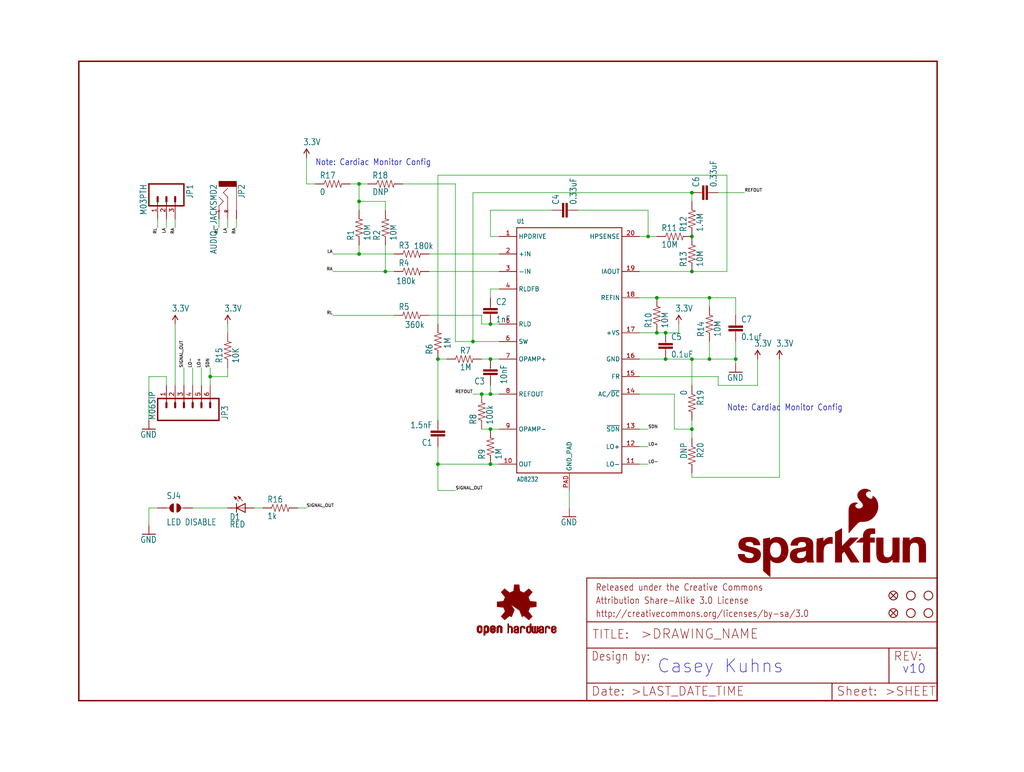
<source format=kicad_sch>
(kicad_sch (version 20211123) (generator eeschema)
  (paper "User" 297.002 223.926)
  (lib_symbols
    (symbol "eagleSchem-eagle-import:0OHM1{slash}10W5%(0603)"
      (property "Reference" "R" (at -3.81 1.4986 0))
      (property "Value" "0OHM1{slash}10W5%(0603)" (at -3.81 -3.302 0))
      (symbol "0OHM1{slash}10W5%(0603)_1_0"
        (pin passive line (at -5.08 0 0) (length 2.54) (name "1") (number "1"))
        (pin passive line (at 5.08 0 180) (length 2.54) (name "2") (number "2"))
      )
    )
    (symbol "eagleSchem-eagle-import:10KOHM1{slash}10W1%(0603)0603"
      (property "Reference" "R" (at -3.81 1.4986 0))
      (property "Value" "10KOHM1{slash}10W1%(0603)0603" (at -3.81 -3.302 0))
      (symbol "10KOHM1{slash}10W1%(0603)0603_1_0"
        (pin passive line (at -5.08 0 0) (length 2.54) (name "1") (number "1"))
        (pin passive line (at 5.08 0 180) (length 2.54) (name "2") (number "2"))
      )
    )
    (symbol "eagleSchem-eagle-import:1K-1%"
      (property "Reference" "R" (at -3.81 1.4986 0))
      (property "Value" "1K-1%" (at -3.81 -3.302 0))
      (symbol "1K-1%_1_0"
        (pin passive line (at -5.08 0 0) (length 2.54) (name "1") (number "1"))
        (pin passive line (at 5.08 0 180) (length 2.54) (name "2") (number "2"))
      )
    )
    (symbol "eagleSchem-eagle-import:3.3V" (power)
      (property "Value" "3.3V" (at -1.016 3.556 0))
      (symbol "3.3V_1_0"
        (pin power_in line (at 0 0 90) (length 2.54) (name "3.3V") (number "1"))
      )
    )
    (symbol "eagleSchem-eagle-import:AD8232"
      (property "Value" "AD8232" (at -15.24 -30.48 0))
      (symbol "AD8232_1_0"
        (pin bidirectional line (at -20.32 40.64 0) (length 5.08) (name "HPDRIVE") (number "1"))
        (pin bidirectional line (at -20.32 -25.4 0) (length 5.08) (name "OUT") (number "10"))
        (pin bidirectional line (at 20.32 -25.4 180) (length 5.08) (name "LO-") (number "11"))
        (pin bidirectional line (at 20.32 -20.32 180) (length 5.08) (name "LO+") (number "12"))
        (pin bidirectional line (at 20.32 -15.24 180) (length 5.08) (name "~{SDN}") (number "13"))
        (pin bidirectional line (at 20.32 -5.08 180) (length 5.08) (name "AC/~{DC}") (number "14"))
        (pin bidirectional line (at 20.32 0 180) (length 5.08) (name "FR") (number "15"))
        (pin bidirectional line (at 20.32 5.08 180) (length 5.08) (name "GND") (number "16"))
        (pin bidirectional line (at 20.32 12.7 180) (length 5.08) (name "+VS") (number "17"))
        (pin bidirectional line (at 20.32 22.86 180) (length 5.08) (name "REFIN") (number "18"))
        (pin bidirectional line (at 20.32 30.48 180) (length 5.08) (name "IAOUT") (number "19"))
        (pin bidirectional line (at -20.32 35.56 0) (length 5.08) (name "+IN") (number "2"))
        (pin bidirectional line (at 20.32 40.64 180) (length 5.08) (name "HPSENSE") (number "20"))
        (pin bidirectional line (at -20.32 30.48 0) (length 5.08) (name "-IN") (number "3"))
        (pin bidirectional line (at -20.32 25.4 0) (length 5.08) (name "RLDFB") (number "4"))
        (pin bidirectional line (at -20.32 15.24 0) (length 5.08) (name "RLD") (number "5"))
        (pin bidirectional line (at -20.32 10.16 0) (length 5.08) (name "SW") (number "6"))
        (pin bidirectional line (at -20.32 5.08 0) (length 5.08) (name "OPAMP+") (number "7"))
        (pin bidirectional line (at -20.32 -5.08 0) (length 5.08) (name "REFOUT") (number "8"))
        (pin bidirectional line (at -20.32 -15.24 0) (length 5.08) (name "OPAMP-") (number "9"))
        (pin bidirectional line (at 0 -33.02 90) (length 5.08) (name "GND_PAD") (number "PAD"))
      )
    )
    (symbol "eagleSchem-eagle-import:AUDIO-JACKSMD2"
      (property "Reference" "JP" (at -5.08 3.048 0))
      (property "Value" "AUDIO-JACKSMD2" (at -5.08 -5.08 0))
      (symbol "AUDIO-JACKSMD2_1_0"
        (text "L" (at 2.286 -2.286 0) (effects (font (size 1.016 0.8636) (thickness 0.1727) bold) (justify left bottom)))
        (text "R" (at 2.286 0.254 0) (effects (font (size 1.016 0.8636) (thickness 0.1727) bold) (justify left bottom)))
        (pin bidirectional line (at 5.08 0 180) (length 2.54) (name "RIGHT") (number "RING"))
        (pin bidirectional line (at 5.08 2.54 180) (length 2.54) (name "SLEEVE") (number "SLEEVE"))
        (pin bidirectional line (at 5.08 -2.54 180) (length 2.54) (name "LEFT") (number "TIP"))
      )
    )
    (symbol "eagleSchem-eagle-import:CAP0603-CAP"
      (property "Reference" "C" (at 1.524 2.921 0))
      (property "Value" "CAP0603-CAP" (at 1.524 -2.159 0))
      (symbol "CAP0603-CAP_1_0"
        (pin passive line (at 0 5.08 270) (length 2.54) (name "1") (number "1"))
        (pin passive line (at 0 -2.54 90) (length 2.54) (name "2") (number "2"))
      )
    )
    (symbol "eagleSchem-eagle-import:CAP0805"
      (property "Reference" "C" (at 1.524 2.921 0))
      (property "Value" "CAP0805" (at 1.524 -2.159 0))
      (symbol "CAP0805_1_0"
        (pin passive line (at 0 5.08 270) (length 2.54) (name "1") (number "1"))
        (pin passive line (at 0 -2.54 90) (length 2.54) (name "2") (number "2"))
      )
    )
    (symbol "eagleSchem-eagle-import:FIDUCIAL1X2")
    (symbol "eagleSchem-eagle-import:FRAME-LETTER"
      (symbol "FRAME-LETTER_2_0"
        (text ">DRAWING_NAME" (at 15.494 17.78 0) (effects (font (size 2.7432 2.7432)) (justify left bottom)))
        (text ">LAST_DATE_TIME" (at 12.7 1.27 0) (effects (font (size 2.54 2.54)) (justify left bottom)))
        (text ">SHEET" (at 86.36 1.27 0) (effects (font (size 2.54 2.54)) (justify left bottom)))
        (text "Attribution Share-Alike 3.0 License" (at 2.54 27.94 0) (effects (font (size 1.9304 1.6408)) (justify left bottom)))
        (text "Date:" (at 1.27 1.27 0) (effects (font (size 2.54 2.54)) (justify left bottom)))
        (text "Design by:" (at 1.27 11.43 0) (effects (font (size 2.54 2.159)) (justify left bottom)))
        (text "http://creativecommons.org/licenses/by-sa/3.0" (at 2.54 24.13 0) (effects (font (size 1.9304 1.6408)) (justify left bottom)))
        (text "Released under the Creative Commons" (at 2.54 31.75 0) (effects (font (size 1.9304 1.6408)) (justify left bottom)))
        (text "REV:" (at 88.9 11.43 0) (effects (font (size 2.54 2.54)) (justify left bottom)))
        (text "Sheet:" (at 72.39 1.27 0) (effects (font (size 2.54 2.54)) (justify left bottom)))
        (text "TITLE:" (at 1.524 17.78 0) (effects (font (size 2.54 2.54)) (justify left bottom)))
      )
    )
    (symbol "eagleSchem-eagle-import:GND" (power)
      (property "Value" "GND" (at -2.54 -2.54 0))
      (symbol "GND_1_0"
        (pin power_in line (at 0 2.54 270) (length 2.54) (name "GND") (number "1"))
      )
    )
    (symbol "eagleSchem-eagle-import:LED-RED0603"
      (property "Reference" "D" (at 3.556 -4.572 90))
      (property "Value" "LED-RED0603" (at 5.715 -4.572 90))
      (symbol "LED-RED0603_1_0"
        (pin passive line (at 0 2.54 270) (length 2.54) (name "A") (number "A"))
        (pin passive line (at 0 -5.08 90) (length 2.54) (name "C") (number "C"))
      )
    )
    (symbol "eagleSchem-eagle-import:M03PTH"
      (property "Reference" "JP" (at -2.54 5.842 0))
      (property "Value" "M03PTH" (at -2.54 -7.62 0))
      (symbol "M03PTH_1_0"
        (pin passive line (at 7.62 -2.54 180) (length 5.08) (name "1") (number "1"))
        (pin passive line (at 7.62 0 180) (length 5.08) (name "2") (number "2"))
        (pin passive line (at 7.62 2.54 180) (length 5.08) (name "3") (number "3"))
      )
    )
    (symbol "eagleSchem-eagle-import:M06SIP"
      (property "Reference" "JP" (at -5.08 10.922 0))
      (property "Value" "M06SIP" (at -5.08 -10.16 0))
      (symbol "M06SIP_1_0"
        (pin passive line (at 5.08 -5.08 180) (length 5.08) (name "1") (number "1"))
        (pin passive line (at 5.08 -2.54 180) (length 5.08) (name "2") (number "2"))
        (pin passive line (at 5.08 0 180) (length 5.08) (name "3") (number "3"))
        (pin passive line (at 5.08 2.54 180) (length 5.08) (name "4") (number "4"))
        (pin passive line (at 5.08 5.08 180) (length 5.08) (name "5") (number "5"))
        (pin passive line (at 5.08 7.62 180) (length 5.08) (name "6") (number "6"))
      )
    )
    (symbol "eagleSchem-eagle-import:OSHW-LOGOS")
    (symbol "eagleSchem-eagle-import:RESISTOR0603-RES"
      (property "Reference" "R" (at -3.81 1.4986 0))
      (property "Value" "RESISTOR0603-RES" (at -3.81 -3.302 0))
      (symbol "RESISTOR0603-RES_1_0"
        (pin passive line (at -5.08 0 0) (length 2.54) (name "1") (number "1"))
        (pin passive line (at 5.08 0 180) (length 2.54) (name "2") (number "2"))
      )
    )
    (symbol "eagleSchem-eagle-import:SFE_LOGO_NAME_FLAME.1_INCH")
    (symbol "eagleSchem-eagle-import:SOLDERJUMPERTRACE"
      (property "Reference" "SJ" (at -2.54 2.54 0))
      (property "Value" "SOLDERJUMPERTRACE" (at -2.54 -5.08 0))
      (symbol "SOLDERJUMPERTRACE_1_0"
        (pin passive line (at -5.08 0 0) (length 2.54) (name "1") (number "1"))
        (pin passive line (at 5.08 0 180) (length 2.54) (name "2") (number "2"))
      )
    )
    (symbol "eagleSchem-eagle-import:STAND-OFF")
  )
  (junction (at 142.24 124.46))
  (junction (at 190.5 86.36))
  (junction (at 104.14 73.66))
  (junction (at 205.74 104.14))
  (junction (at 137.16 99.06))
  (junction (at 187.96 68.58))
  (junction (at 139.7 114.3))
  (junction (at 60.96 109.22))
  (junction (at 205.74 86.36))
  (junction (at 200.66 78.74))
  (junction (at 200.66 55.88))
  (junction (at 127 104.14))
  (junction (at 127 134.62))
  (junction (at 213.36 104.14))
  (junction (at 193.04 96.52))
  (junction (at 193.04 104.14))
  (junction (at 142.24 114.3))
  (junction (at 200.66 124.46))
  (junction (at 142.24 134.62))
  (junction (at 200.66 68.58))
  (junction (at 142.24 104.14))
  (junction (at 200.66 104.14))
  (junction (at 104.14 53.34))
  (junction (at 190.5 96.52))
  (junction (at 142.24 93.98))
  (junction (at 104.14 58.42))
  (junction (at 111.76 78.74))
  (wire (pts (xy 127 50.8) (xy 210.82 50.8)))
  (wire (pts (xy 88.9 147.32) (xy 86.36 147.32)))
  (wire (pts (xy 142.24 134.62) (xy 127 134.62)))
  (wire (pts (xy 190.5 96.52) (xy 185.42 96.52)))
  (wire (pts (xy 200.66 55.88) (xy 200.66 58.42)))
  (wire (pts (xy 127 104.14) (xy 129.54 104.14)))
  (wire (pts (xy 50.8 63.5) (xy 50.8 66.04)))
  (wire (pts (xy 200.66 127) (xy 200.66 124.46)))
  (wire (pts (xy 196.85 96.52) (xy 196.85 93.98)))
  (wire (pts (xy 43.18 152.4) (xy 43.18 147.32)))
  (wire (pts (xy 106.68 53.34) (xy 104.14 53.34)))
  (wire (pts (xy 66.04 109.22) (xy 66.04 106.68)))
  (wire (pts (xy 66.04 147.32) (xy 55.88 147.32)))
  (wire (pts (xy 137.16 55.88) (xy 200.66 55.88)))
  (wire (pts (xy 116.84 53.34) (xy 132.08 53.34)))
  (wire (pts (xy 185.42 129.54) (xy 187.96 129.54)))
  (wire (pts (xy 195.58 114.3) (xy 195.58 124.46)))
  (wire (pts (xy 200.66 137.16) (xy 200.66 138.43)))
  (wire (pts (xy 53.34 111.76) (xy 53.34 106.68)))
  (wire (pts (xy 104.14 58.42) (xy 104.14 53.34)))
  (wire (pts (xy 127 121.92) (xy 127 104.14)))
  (wire (pts (xy 208.28 109.22) (xy 208.28 111.76)))
  (wire (pts (xy 111.76 71.12) (xy 111.76 78.74)))
  (wire (pts (xy 137.16 99.06) (xy 137.16 55.88)))
  (wire (pts (xy 58.42 111.76) (xy 58.42 106.68)))
  (wire (pts (xy 132.08 53.34) (xy 132.08 99.06)))
  (wire (pts (xy 142.24 114.3) (xy 142.24 111.76)))
  (wire (pts (xy 185.42 134.62) (xy 187.96 134.62)))
  (wire (pts (xy 208.28 111.76) (xy 219.71 111.76)))
  (wire (pts (xy 48.26 63.5) (xy 48.26 66.04)))
  (wire (pts (xy 200.66 104.14) (xy 205.74 104.14)))
  (wire (pts (xy 205.74 86.36) (xy 205.74 88.9)))
  (wire (pts (xy 165.1 147.32) (xy 165.1 142.24)))
  (wire (pts (xy 142.24 86.36) (xy 142.24 83.82)))
  (wire (pts (xy 104.14 71.12) (xy 104.14 73.66)))
  (wire (pts (xy 210.82 50.8) (xy 210.82 78.74)))
  (wire (pts (xy 139.7 91.44) (xy 124.46 91.44)))
  (wire (pts (xy 144.78 93.98) (xy 142.24 93.98)))
  (wire (pts (xy 104.14 60.96) (xy 104.14 58.42)))
  (wire (pts (xy 60.96 109.22) (xy 60.96 106.68)))
  (wire (pts (xy 43.18 121.92) (xy 43.18 109.22)))
  (wire (pts (xy 213.36 99.06) (xy 213.36 104.14)))
  (wire (pts (xy 127 93.98) (xy 127 50.8)))
  (wire (pts (xy 142.24 60.96) (xy 160.02 60.96)))
  (wire (pts (xy 190.5 86.36) (xy 205.74 86.36)))
  (wire (pts (xy 48.26 111.76) (xy 48.26 109.22)))
  (wire (pts (xy 213.36 104.14) (xy 213.36 105.41)))
  (wire (pts (xy 127 142.24) (xy 132.08 142.24)))
  (wire (pts (xy 114.3 73.66) (xy 104.14 73.66)))
  (wire (pts (xy 66.04 63.5) (xy 66.04 66.04)))
  (wire (pts (xy 193.04 104.14) (xy 200.66 104.14)))
  (wire (pts (xy 195.58 124.46) (xy 200.66 124.46)))
  (wire (pts (xy 205.74 99.06) (xy 205.74 104.14)))
  (wire (pts (xy 142.24 93.98) (xy 139.7 93.98)))
  (wire (pts (xy 187.96 60.96) (xy 187.96 68.58)))
  (wire (pts (xy 200.66 111.76) (xy 200.66 104.14)))
  (wire (pts (xy 219.71 111.76) (xy 219.71 104.14)))
  (wire (pts (xy 139.7 114.3) (xy 142.24 114.3)))
  (wire (pts (xy 185.42 104.14) (xy 193.04 104.14)))
  (wire (pts (xy 124.46 78.74) (xy 144.78 78.74)))
  (wire (pts (xy 139.7 124.46) (xy 142.24 124.46)))
  (wire (pts (xy 139.7 104.14) (xy 142.24 104.14)))
  (wire (pts (xy 127 134.62) (xy 127 129.54)))
  (wire (pts (xy 66.04 93.98) (xy 66.04 96.52)))
  (wire (pts (xy 167.64 60.96) (xy 187.96 60.96)))
  (wire (pts (xy 142.24 68.58) (xy 142.24 60.96)))
  (wire (pts (xy 200.66 138.43) (xy 226.06 138.43)))
  (wire (pts (xy 132.08 99.06) (xy 137.16 99.06)))
  (wire (pts (xy 88.9 45.72) (xy 88.9 53.34)))
  (wire (pts (xy 142.24 104.14) (xy 144.78 104.14)))
  (wire (pts (xy 205.74 104.14) (xy 213.36 104.14)))
  (wire (pts (xy 55.88 111.76) (xy 55.88 106.68)))
  (wire (pts (xy 60.96 109.22) (xy 66.04 109.22)))
  (wire (pts (xy 114.3 78.74) (xy 111.76 78.74)))
  (wire (pts (xy 210.82 78.74) (xy 200.66 78.74)))
  (wire (pts (xy 63.5 63.5) (xy 63.5 66.04)))
  (wire (pts (xy 200.66 124.46) (xy 200.66 121.92)))
  (wire (pts (xy 60.96 111.76) (xy 60.96 109.22)))
  (wire (pts (xy 43.18 109.22) (xy 48.26 109.22)))
  (wire (pts (xy 190.5 68.58) (xy 187.96 68.58)))
  (wire (pts (xy 142.24 134.62) (xy 144.78 134.62)))
  (wire (pts (xy 226.06 138.43) (xy 226.06 104.14)))
  (wire (pts (xy 104.14 73.66) (xy 96.52 73.66)))
  (wire (pts (xy 142.24 124.46) (xy 144.78 124.46)))
  (wire (pts (xy 208.28 55.88) (xy 215.9 55.88)))
  (wire (pts (xy 111.76 78.74) (xy 96.52 78.74)))
  (wire (pts (xy 185.42 78.74) (xy 200.66 78.74)))
  (wire (pts (xy 139.7 93.98) (xy 139.7 91.44)))
  (wire (pts (xy 127 134.62) (xy 127 142.24)))
  (wire (pts (xy 68.58 63.5) (xy 68.58 66.04)))
  (wire (pts (xy 139.7 114.3) (xy 137.16 114.3)))
  (wire (pts (xy 50.8 93.98) (xy 50.8 111.76)))
  (wire (pts (xy 205.74 86.36) (xy 213.36 86.36)))
  (wire (pts (xy 43.18 147.32) (xy 45.72 147.32)))
  (wire (pts (xy 142.24 83.82) (xy 144.78 83.82)))
  (wire (pts (xy 142.24 114.3) (xy 144.78 114.3)))
  (wire (pts (xy 185.42 109.22) (xy 208.28 109.22)))
  (wire (pts (xy 124.46 73.66) (xy 144.78 73.66)))
  (wire (pts (xy 88.9 53.34) (xy 91.44 53.34)))
  (wire (pts (xy 185.42 114.3) (xy 195.58 114.3)))
  (wire (pts (xy 187.96 68.58) (xy 185.42 68.58)))
  (wire (pts (xy 144.78 68.58) (xy 142.24 68.58)))
  (wire (pts (xy 45.72 63.5) (xy 45.72 66.04)))
  (wire (pts (xy 213.36 86.36) (xy 213.36 91.44)))
  (wire (pts (xy 104.14 58.42) (xy 111.76 58.42)))
  (wire (pts (xy 144.78 99.06) (xy 137.16 99.06)))
  (wire (pts (xy 114.3 91.44) (xy 96.52 91.44)))
  (wire (pts (xy 104.14 53.34) (xy 101.6 53.34)))
  (wire (pts (xy 111.76 58.42) (xy 111.76 60.96)))
  (wire (pts (xy 190.5 86.36) (xy 185.42 86.36)))
  (wire (pts (xy 193.04 96.52) (xy 196.85 96.52)))
  (wire (pts (xy 193.04 96.52) (xy 190.5 96.52)))
  (wire (pts (xy 73.66 147.32) (xy 76.2 147.32)))
  (wire (pts (xy 185.42 124.46) (xy 187.96 124.46)))
  (text "Note: Cardiac Monitor Config" (at 91.44 48.26 180) (effects (font (size 1.778 1.5113)) (justify left bottom)))
  (text "v10" (at 261.62 195.58 180) (effects (font (size 2.54 2.54)) (justify left bottom)))
  (text "Casey Kuhns" (at 190.5 195.58 180) (effects (font (size 3.81 3.81)) (justify left bottom)))
  (text "Note: Cardiac Monitor Config" (at 210.82 119.38 180) (effects (font (size 1.778 1.5113)) (justify left bottom)))
  (label "LO-" (at 55.88 106.68 90) (effects (font (size 0.889 0.889))))
  (label "RA" (at 68.58 66.04 270) (effects (font (size 0.889 0.889))))
  (label "LA" (at 66.04 66.04 270) (effects (font (size 0.889 0.889))))
  (label "LA" (at 96.52 73.66 180) (effects (font (size 0.889 0.889))))
  (label "LA" (at 48.26 66.04 270) (effects (font (size 0.889 0.889))))
  (label "RA" (at 50.8 66.04 270) (effects (font (size 0.889 0.889))))
  (label "RA" (at 96.52 78.74 180) (effects (font (size 0.889 0.889))))
  (label "LO+" (at 187.96 129.54 0) (effects (font (size 0.889 0.889))))
  (label "LO-" (at 187.96 134.62 0) (effects (font (size 0.889 0.889))))
  (label "SDN" (at 187.96 124.46 0) (effects (font (size 0.889 0.889))))
  (label "REFOUT" (at 215.9 55.88 0) (effects (font (size 0.889 0.889))))
  (label "RL" (at 96.52 91.44 180) (effects (font (size 0.889 0.889))))
  (label "SIGNAL_OUT" (at 53.34 106.68 90) (effects (font (size 0.889 0.889))))
  (label "REFOUT" (at 137.16 114.3 180) (effects (font (size 0.889 0.889))))
  (label "SDN" (at 60.96 106.68 90) (effects (font (size 0.889 0.889))))
  (label "RL" (at 45.72 66.04 270) (effects (font (size 0.889 0.889))))
  (label "LO+" (at 58.42 106.68 90) (effects (font (size 0.889 0.889))))
  (label "SIGNAL_OUT" (at 132.08 142.24 0) (effects (font (size 0.889 0.889))))
  (label "RL" (at 63.5 66.04 270) (effects (font (size 0.889 0.889))))
  (label "SIGNAL_OUT" (at 88.9 147.32 0) (effects (font (size 0.889 0.889))))
  (symbol (lib_id "eagleSchem-eagle-import:RESISTOR0603-RES") (at 200.66 73.66 90) (unit 1)
    (property "Reference" "R13" (at 199.1614 77.47 0) (effects (font (size 1.778 1.5113)) (justify left bottom)))
    (property "Value" "10M" (at 203.962 77.47 0) (effects (font (size 1.778 1.5113)) (justify left bottom)))
    (property "Footprint" "eagleSchem:0603-RES" (effects hide))
  )
  (symbol (lib_id "eagleSchem-eagle-import:3.3V") (at 66.04 93.98 0) (unit 1)
    (property "Reference" "#SUPPLY6" (effects hide))
    (property "Value" "3.3V" (at 65.024 90.424 0) (effects (font (size 1.778 1.5113)) (justify left bottom)))
    (property "Footprint" "eagleSchem:" (effects hide))
  )
  (symbol (lib_id "eagleSchem-eagle-import:RESISTOR0603-RES") (at 104.14 66.04 90) (unit 1)
    (property "Reference" "R1" (at 102.6414 69.85 0) (effects (font (size 1.778 1.5113)) (justify left bottom)))
    (property "Value" "10M" (at 107.442 69.85 0) (effects (font (size 1.778 1.5113)) (justify left bottom)))
    (property "Footprint" "eagleSchem:0603-RES" (effects hide))
  )
  (symbol (lib_id "eagleSchem-eagle-import:RESISTOR0603-RES") (at 111.76 66.04 90) (unit 1)
    (property "Reference" "R2" (at 110.2614 69.85 0) (effects (font (size 1.778 1.5113)) (justify left bottom)))
    (property "Value" "10M" (at 115.062 69.85 0) (effects (font (size 1.778 1.5113)) (justify left bottom)))
    (property "Footprint" "eagleSchem:0603-RES" (effects hide))
  )
  (symbol (lib_id "eagleSchem-eagle-import:3.3V") (at 88.9 45.72 0) (unit 1)
    (property "Reference" "#SUPPLY2" (effects hide))
    (property "Value" "3.3V" (at 87.884 42.164 0) (effects (font (size 1.778 1.5113)) (justify left bottom)))
    (property "Footprint" "eagleSchem:" (effects hide))
  )
  (symbol (lib_id "eagleSchem-eagle-import:SFE_LOGO_NAME_FLAME.1_INCH") (at 213.36 167.64 0) (unit 1)
    (property "Reference" "LOGO2" (effects hide))
    (property "Value" "SFE_LOGO_NAME_FLAME.1_INCH" (effects hide))
    (property "Footprint" "eagleSchem:SFE_LOGO_NAME_FLAME_.1" (effects hide))
  )
  (symbol (lib_id "eagleSchem-eagle-import:CAP0603-CAP") (at 127 124.46 180) (unit 1)
    (property "Reference" "C1" (at 125.476 127.381 0) (effects (font (size 1.778 1.5113)) (justify left bottom)))
    (property "Value" "1.5nF" (at 125.476 122.301 0) (effects (font (size 1.778 1.5113)) (justify left bottom)))
    (property "Footprint" "eagleSchem:0603-CAP" (effects hide))
  )
  (symbol (lib_id "eagleSchem-eagle-import:GND") (at 43.18 154.94 0) (unit 1)
    (property "Reference" "#GND4" (effects hide))
    (property "Value" "GND" (at 40.64 157.48 0) (effects (font (size 1.778 1.5113)) (justify left bottom)))
    (property "Footprint" "eagleSchem:" (effects hide))
  )
  (symbol (lib_id "eagleSchem-eagle-import:OSHW-LOGOS") (at 149.86 175.26 0) (unit 1)
    (property "Reference" "LOGO1" (effects hide))
    (property "Value" "OSHW-LOGOS" (effects hide))
    (property "Footprint" "eagleSchem:OSHW-LOGO-S" (effects hide))
  )
  (symbol (lib_id "eagleSchem-eagle-import:GND") (at 213.36 107.95 0) (unit 1)
    (property "Reference" "#GND2" (effects hide))
    (property "Value" "GND" (at 210.82 110.49 0) (effects (font (size 1.778 1.5113)) (justify left bottom)))
    (property "Footprint" "eagleSchem:" (effects hide))
  )
  (symbol (lib_id "eagleSchem-eagle-import:RESISTOR0603-RES") (at 127 99.06 90) (unit 1)
    (property "Reference" "R6" (at 125.5014 102.87 0) (effects (font (size 1.778 1.5113)) (justify left bottom)))
    (property "Value" "1M" (at 128.778 97.79 0) (effects (font (size 1.778 1.5113)) (justify right top)))
    (property "Footprint" "eagleSchem:0603-RES" (effects hide))
  )
  (symbol (lib_id "eagleSchem-eagle-import:RESISTOR0603-RES") (at 119.38 78.74 0) (unit 1)
    (property "Reference" "R4" (at 115.57 77.2414 0) (effects (font (size 1.778 1.5113)) (justify left bottom)))
    (property "Value" "180k" (at 120.65 80.518 0) (effects (font (size 1.778 1.5113)) (justify right top)))
    (property "Footprint" "eagleSchem:0603-RES" (effects hide))
  )
  (symbol (lib_id "eagleSchem-eagle-import:FRAME-LETTER") (at 22.86 203.2 0) (unit 1)
    (property "Reference" "FRAME1" (effects hide))
    (property "Value" "FRAME-LETTER" (effects hide))
    (property "Footprint" "eagleSchem:CREATIVE_COMMONS" (effects hide))
  )
  (symbol (lib_id "eagleSchem-eagle-import:0OHM1{slash}10W5%(0603)") (at 111.76 53.34 0) (unit 1)
    (property "Reference" "R18" (at 107.95 51.8414 0) (effects (font (size 1.778 1.5113)) (justify left bottom)))
    (property "Value" "DNP" (at 107.95 56.642 0) (effects (font (size 1.778 1.5113)) (justify left bottom)))
    (property "Footprint" "eagleSchem:0603" (effects hide))
  )
  (symbol (lib_id "eagleSchem-eagle-import:STAND-OFF") (at 264.16 172.72 0) (unit 1)
    (property "Reference" "STANDOFF1" (effects hide))
    (property "Value" "STAND-OFF" (effects hide))
    (property "Footprint" "eagleSchem:STAND-OFF" (effects hide))
  )
  (symbol (lib_id "eagleSchem-eagle-import:CAP0603-CAP") (at 213.36 96.52 0) (unit 1)
    (property "Reference" "C7" (at 214.884 93.599 0) (effects (font (size 1.778 1.5113)) (justify left bottom)))
    (property "Value" "0.1uf" (at 214.884 98.679 0) (effects (font (size 1.778 1.5113)) (justify left bottom)))
    (property "Footprint" "eagleSchem:0603-CAP" (effects hide))
  )
  (symbol (lib_id "eagleSchem-eagle-import:GND") (at 165.1 149.86 0) (unit 1)
    (property "Reference" "#GND1" (effects hide))
    (property "Value" "GND" (at 162.56 152.4 0) (effects (font (size 1.778 1.5113)) (justify left bottom)))
    (property "Footprint" "eagleSchem:" (effects hide))
  )
  (symbol (lib_id "eagleSchem-eagle-import:RESISTOR0603-RES") (at 205.74 93.98 90) (unit 1)
    (property "Reference" "R14" (at 204.2414 97.79 0) (effects (font (size 1.778 1.5113)) (justify left bottom)))
    (property "Value" "10M" (at 209.042 97.79 0) (effects (font (size 1.778 1.5113)) (justify left bottom)))
    (property "Footprint" "eagleSchem:0603-RES" (effects hide))
  )
  (symbol (lib_id "eagleSchem-eagle-import:1K-1%") (at 81.28 147.32 0) (unit 1)
    (property "Reference" "R16" (at 77.47 145.8214 0) (effects (font (size 1.778 1.5113)) (justify left bottom)))
    (property "Value" "1k" (at 77.47 150.622 0) (effects (font (size 1.778 1.5113)) (justify left bottom)))
    (property "Footprint" "eagleSchem:0603-RES" (effects hide))
  )
  (symbol (lib_id "eagleSchem-eagle-import:CAP0805") (at 165.1 60.96 90) (unit 1)
    (property "Reference" "C4" (at 162.179 59.436 0) (effects (font (size 1.778 1.5113)) (justify left bottom)))
    (property "Value" "0.33uF" (at 167.259 59.436 0) (effects (font (size 1.778 1.5113)) (justify left bottom)))
    (property "Footprint" "eagleSchem:0805" (effects hide))
  )
  (symbol (lib_id "eagleSchem-eagle-import:RESISTOR0603-RES") (at 134.62 104.14 0) (unit 1)
    (property "Reference" "R7" (at 133.35 102.6414 0) (effects (font (size 1.778 1.5113)) (justify left bottom)))
    (property "Value" "1M" (at 133.35 107.442 0) (effects (font (size 1.778 1.5113)) (justify left bottom)))
    (property "Footprint" "eagleSchem:0603-RES" (effects hide))
  )
  (symbol (lib_id "eagleSchem-eagle-import:CAP0603-CAP") (at 142.24 106.68 180) (unit 1)
    (property "Reference" "C3" (at 140.716 109.601 0) (effects (font (size 1.778 1.5113)) (justify left bottom)))
    (property "Value" "10nF" (at 145.161 105.664 90) (effects (font (size 1.778 1.5113)) (justify left bottom)))
    (property "Footprint" "eagleSchem:0603-CAP" (effects hide))
  )
  (symbol (lib_id "eagleSchem-eagle-import:0OHM1{slash}10W5%(0603)") (at 200.66 132.08 270) (unit 1)
    (property "Reference" "R20" (at 202.1586 128.27 0) (effects (font (size 1.778 1.5113)) (justify left bottom)))
    (property "Value" "DNP" (at 197.358 128.27 0) (effects (font (size 1.778 1.5113)) (justify left bottom)))
    (property "Footprint" "eagleSchem:0603" (effects hide))
  )
  (symbol (lib_id "eagleSchem-eagle-import:SOLDERJUMPERTRACE") (at 50.8 147.32 0) (unit 1)
    (property "Reference" "SJ4" (at 48.26 144.78 0) (effects (font (size 1.778 1.5113)) (justify left bottom)))
    (property "Value" "LED DISABLE" (at 48.26 152.4 0) (effects (font (size 1.778 1.5113)) (justify left bottom)))
    (property "Footprint" "eagleSchem:SJ_2S-TRACE" (effects hide))
  )
  (symbol (lib_id "eagleSchem-eagle-import:GND") (at 43.18 124.46 0) (unit 1)
    (property "Reference" "#GND3" (effects hide))
    (property "Value" "GND" (at 40.64 127 0) (effects (font (size 1.778 1.5113)) (justify left bottom)))
    (property "Footprint" "eagleSchem:" (effects hide))
  )
  (symbol (lib_id "eagleSchem-eagle-import:CAP0805") (at 205.74 55.88 90) (unit 1)
    (property "Reference" "C6" (at 202.819 54.356 0) (effects (font (size 1.778 1.5113)) (justify left bottom)))
    (property "Value" "0.33uF" (at 207.899 54.356 0) (effects (font (size 1.778 1.5113)) (justify left bottom)))
    (property "Footprint" "eagleSchem:0805" (effects hide))
  )
  (symbol (lib_id "eagleSchem-eagle-import:RESISTOR0603-RES") (at 190.5 91.44 90) (unit 1)
    (property "Reference" "R10" (at 189.0014 95.25 0) (effects (font (size 1.778 1.5113)) (justify left bottom)))
    (property "Value" "10M" (at 193.802 95.25 0) (effects (font (size 1.778 1.5113)) (justify left bottom)))
    (property "Footprint" "eagleSchem:0603-RES" (effects hide))
  )
  (symbol (lib_id "eagleSchem-eagle-import:3.3V") (at 219.71 104.14 0) (unit 1)
    (property "Reference" "#SUPPLY3" (effects hide))
    (property "Value" "3.3V" (at 218.694 100.584 0) (effects (font (size 1.778 1.5113)) (justify left bottom)))
    (property "Footprint" "eagleSchem:" (effects hide))
  )
  (symbol (lib_id "eagleSchem-eagle-import:AD8232") (at 165.1 109.22 0) (unit 1)
    (property "Reference" "U1" (at 149.86 63.5 0) (effects (font (size 1.27 1.0795)) (justify left top)))
    (property "Value" "AD8232" (at 149.86 139.7 0) (effects (font (size 1.27 1.0795)) (justify left bottom)))
    (property "Footprint" "eagleSchem:LFCSP_20" (effects hide))
  )
  (symbol (lib_id "eagleSchem-eagle-import:3.3V") (at 196.85 93.98 0) (unit 1)
    (property "Reference" "#SUPPLY1" (effects hide))
    (property "Value" "3.3V" (at 195.834 90.424 0) (effects (font (size 1.778 1.5113)) (justify left bottom)))
    (property "Footprint" "eagleSchem:" (effects hide))
  )
  (symbol (lib_id "eagleSchem-eagle-import:STAND-OFF") (at 269.24 172.72 0) (unit 1)
    (property "Reference" "STANDOFF3" (effects hide))
    (property "Value" "STAND-OFF" (effects hide))
    (property "Footprint" "eagleSchem:STAND-OFF" (effects hide))
  )
  (symbol (lib_id "eagleSchem-eagle-import:0OHM1{slash}10W5%(0603)") (at 96.52 53.34 0) (unit 1)
    (property "Reference" "R17" (at 92.71 51.8414 0) (effects (font (size 1.778 1.5113)) (justify left bottom)))
    (property "Value" "0" (at 92.71 56.642 0) (effects (font (size 1.778 1.5113)) (justify left bottom)))
    (property "Footprint" "eagleSchem:0603" (effects hide))
  )
  (symbol (lib_id "eagleSchem-eagle-import:CAP0603-CAP") (at 193.04 101.6 0) (unit 1)
    (property "Reference" "C5" (at 194.564 98.679 0) (effects (font (size 1.778 1.5113)) (justify left bottom)))
    (property "Value" "0.1uF" (at 194.564 103.759 0) (effects (font (size 1.778 1.5113)) (justify left bottom)))
    (property "Footprint" "eagleSchem:0603-CAP" (effects hide))
  )
  (symbol (lib_id "eagleSchem-eagle-import:FRAME-LETTER") (at 170.18 203.2 0) (unit 2)
    (property "Reference" "FRAME1" (effects hide))
    (property "Value" "FRAME-LETTER" (effects hide))
    (property "Footprint" "eagleSchem:CREATIVE_COMMONS" (effects hide))
  )
  (symbol (lib_id "eagleSchem-eagle-import:RESISTOR0603-RES") (at 139.7 119.38 90) (unit 1)
    (property "Reference" "R8" (at 138.2014 123.19 0) (effects (font (size 1.778 1.5113)) (justify left bottom)))
    (property "Value" "100k" (at 143.002 123.19 0) (effects (font (size 1.778 1.5113)) (justify left bottom)))
    (property "Footprint" "eagleSchem:0603-RES" (effects hide))
  )
  (symbol (lib_id "eagleSchem-eagle-import:STAND-OFF") (at 269.24 177.8 0) (unit 1)
    (property "Reference" "STANDOFF4" (effects hide))
    (property "Value" "STAND-OFF" (effects hide))
    (property "Footprint" "eagleSchem:STAND-OFF" (effects hide))
  )
  (symbol (lib_id "eagleSchem-eagle-import:FIDUCIAL1X2") (at 259.08 177.8 0) (unit 1)
    (property "Reference" "FID2" (effects hide))
    (property "Value" "FIDUCIAL1X2" (effects hide))
    (property "Footprint" "eagleSchem:FIDUCIAL-1X2" (effects hide))
  )
  (symbol (lib_id "eagleSchem-eagle-import:RESISTOR0603-RES") (at 119.38 91.44 180) (unit 1)
    (property "Reference" "R5" (at 115.57 89.9414 0) (effects (font (size 1.778 1.5113)) (justify right top)))
    (property "Value" "360k" (at 123.19 93.218 0) (effects (font (size 1.778 1.5113)) (justify left bottom)))
    (property "Footprint" "eagleSchem:0603-RES" (effects hide))
  )
  (symbol (lib_id "eagleSchem-eagle-import:RESISTOR0603-RES") (at 142.24 129.54 90) (unit 1)
    (property "Reference" "R9" (at 140.7414 133.35 0) (effects (font (size 1.778 1.5113)) (justify left bottom)))
    (property "Value" "1M" (at 145.542 133.35 0) (effects (font (size 1.778 1.5113)) (justify left bottom)))
    (property "Footprint" "eagleSchem:0603-RES" (effects hide))
  )
  (symbol (lib_id "eagleSchem-eagle-import:M03PTH") (at 48.26 55.88 270) (unit 1)
    (property "Reference" "JP1" (at 54.102 53.34 0) (effects (font (size 1.778 1.5113)) (justify left bottom)))
    (property "Value" "M03PTH" (at 40.64 53.34 0) (effects (font (size 1.778 1.5113)) (justify left bottom)))
    (property "Footprint" "eagleSchem:1X03" (effects hide))
  )
  (symbol (lib_id "eagleSchem-eagle-import:CAP0603-CAP") (at 142.24 91.44 0) (unit 1)
    (property "Reference" "C2" (at 143.764 88.519 0) (effects (font (size 1.778 1.5113)) (justify left bottom)))
    (property "Value" "1nF" (at 143.764 93.599 0) (effects (font (size 1.778 1.5113)) (justify left bottom)))
    (property "Footprint" "eagleSchem:0603-CAP" (effects hide))
  )
  (symbol (lib_id "eagleSchem-eagle-import:STAND-OFF") (at 264.16 177.8 0) (unit 1)
    (property "Reference" "STANDOFF2" (effects hide))
    (property "Value" "STAND-OFF" (effects hide))
    (property "Footprint" "eagleSchem:STAND-OFF" (effects hide))
  )
  (symbol (lib_id "eagleSchem-eagle-import:RESISTOR0603-RES") (at 200.66 63.5 90) (unit 1)
    (property "Reference" "R12" (at 199.1614 67.31 0) (effects (font (size 1.778 1.5113)) (justify left bottom)))
    (property "Value" "1.4M" (at 203.962 67.31 0) (effects (font (size 1.778 1.5113)) (justify left bottom)))
    (property "Footprint" "eagleSchem:0603-RES" (effects hide))
  )
  (symbol (lib_id "eagleSchem-eagle-import:0OHM1{slash}10W5%(0603)") (at 200.66 116.84 270) (unit 1)
    (property "Reference" "R19" (at 202.1586 113.03 0) (effects (font (size 1.778 1.5113)) (justify left bottom)))
    (property "Value" "0" (at 197.358 113.03 0) (effects (font (size 1.778 1.5113)) (justify left bottom)))
    (property "Footprint" "eagleSchem:0603" (effects hide))
  )
  (symbol (lib_id "eagleSchem-eagle-import:RESISTOR0603-RES") (at 119.38 73.66 0) (unit 1)
    (property "Reference" "R3" (at 115.57 72.1614 0) (effects (font (size 1.778 1.5113)) (justify left bottom)))
    (property "Value" "180k" (at 125.73 70.358 0) (effects (font (size 1.778 1.5113)) (justify right top)))
    (property "Footprint" "eagleSchem:0603-RES" (effects hide))
  )
  (symbol (lib_id "eagleSchem-eagle-import:RESISTOR0603-RES") (at 195.58 68.58 0) (unit 1)
    (property "Reference" "R11" (at 191.77 67.0814 0) (effects (font (size 1.778 1.5113)) (justify left bottom)))
    (property "Value" "10M" (at 191.77 71.882 0) (effects (font (size 1.778 1.5113)) (justify left bottom)))
    (property "Footprint" "eagleSchem:0603-RES" (effects hide))
  )
  (symbol (lib_id "eagleSchem-eagle-import:3.3V") (at 50.8 93.98 0) (unit 1)
    (property "Reference" "#SUPPLY5" (effects hide))
    (property "Value" "3.3V" (at 49.784 90.424 0) (effects (font (size 1.778 1.5113)) (justify left bottom)))
    (property "Footprint" "eagleSchem:" (effects hide))
  )
  (symbol (lib_id "eagleSchem-eagle-import:3.3V") (at 226.06 104.14 0) (unit 1)
    (property "Reference" "#SUPPLY4" (effects hide))
    (property "Value" "3.3V" (at 225.044 100.584 0) (effects (font (size 1.778 1.5113)) (justify left bottom)))
    (property "Footprint" "eagleSchem:" (effects hide))
  )
  (symbol (lib_id "eagleSchem-eagle-import:FIDUCIAL1X2") (at 259.08 172.72 0) (unit 1)
    (property "Reference" "FID1" (effects hide))
    (property "Value" "FIDUCIAL1X2" (effects hide))
    (property "Footprint" "eagleSchem:FIDUCIAL-1X2" (effects hide))
  )
  (symbol (lib_id "eagleSchem-eagle-import:AUDIO-JACKSMD2") (at 66.04 58.42 270) (unit 1)
    (property "Reference" "JP2" (at 69.088 53.34 0) (effects (font (size 1.778 1.5113)) (justify left bottom)))
    (property "Value" "AUDIO-JACKSMD2" (at 60.96 53.34 0) (effects (font (size 1.778 1.5113)) (justify left bottom)))
    (property "Footprint" "eagleSchem:AUDIO-JACK-3.5MM-SMD" (effects hide))
  )
  (symbol (lib_id "eagleSchem-eagle-import:LED-RED0603") (at 71.12 147.32 270) (unit 1)
    (property "Reference" "D1" (at 66.548 150.876 90) (effects (font (size 1.778 1.5113)) (justify left bottom)))
    (property "Value" "RED" (at 66.548 153.035 90) (effects (font (size 1.778 1.5113)) (justify left bottom)))
    (property "Footprint" "eagleSchem:LED-0603" (effects hide))
  )
  (symbol (lib_id "eagleSchem-eagle-import:10KOHM1{slash}10W1%(0603)0603") (at 66.04 101.6 90) (unit 1)
    (property "Reference" "R15" (at 64.5414 105.41 0) (effects (font (size 1.778 1.5113)) (justify left bottom)))
    (property "Value" "10K" (at 69.342 105.41 0) (effects (font (size 1.778 1.5113)) (justify left bottom)))
    (property "Footprint" "eagleSchem:0603-RES" (effects hide))
  )
  (symbol (lib_id "eagleSchem-eagle-import:M06SIP") (at 53.34 116.84 270) (mirror x) (unit 1)
    (property "Reference" "JP3" (at 64.262 121.92 0) (effects (font (size 1.778 1.5113)) (justify left bottom)))
    (property "Value" "M06SIP" (at 43.18 121.92 0) (effects (font (size 1.778 1.5113)) (justify left bottom)))
    (property "Footprint" "eagleSchem:1X06" (effects hide))
  )
)
</source>
